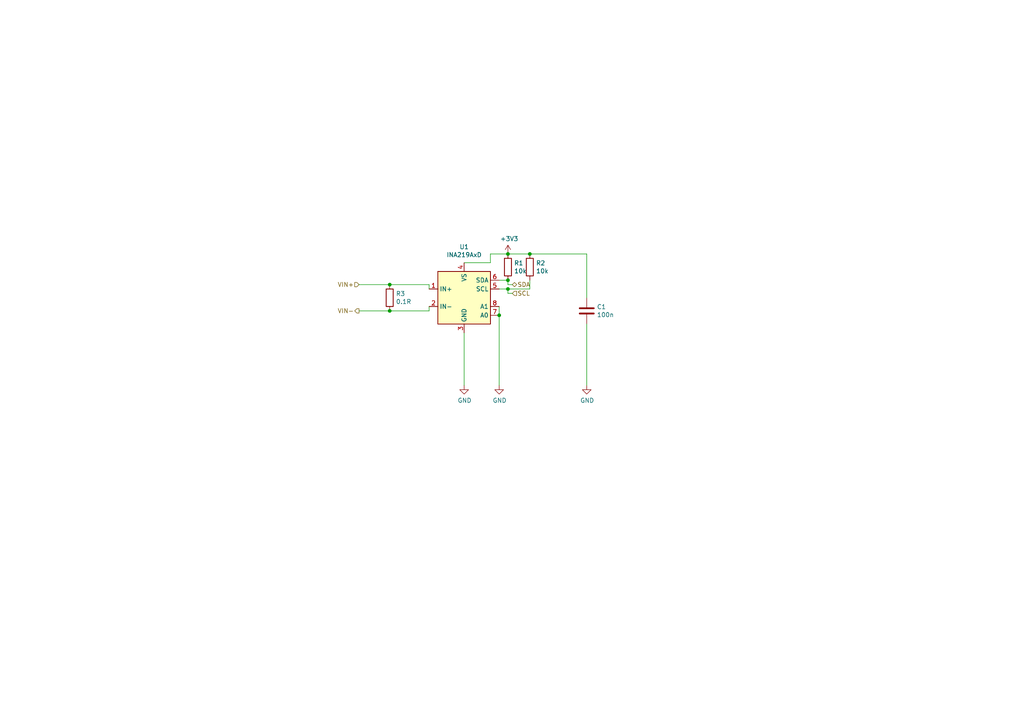
<source format=kicad_sch>
(kicad_sch (version 20230121) (generator eeschema)
  (paper "A4")
  (title_block (title "WLED_PCB_V2_CurrentSensor") (date "2023-03-27") (rev "1.0"))
  (lib_symbols
    (symbol "Analog_ADC:INA219AxDCN"
      (property "Reference" "U" (at -6.35 8.89 0))
      (property "Value" "INA219AxDCN" (at 6.35 8.89 0))
      (symbol "INA219AxDCN_0_1"
        (rectangle (start -7.62 7.62) (end 7.62 -7.62) (stroke (width 0.254)) (fill (type background)))
      )
      (symbol "INA219AxDCN_1_1"
        (pin input line (at -10.16 2.54 0) (length 2.54) (name "IN+") (number "1"))
        (pin input line (at -10.16 -2.54 0) (length 2.54) (name "IN-") (number "2"))
        (pin power_in line (at 0 -10.16 90) (length 2.54) (name "GND") (number "3"))
        (pin power_in line (at 0 10.16 270) (length 2.54) (name "VS") (number "4"))
        (pin input line (at 10.16 2.54 180) (length 2.54) (name "SCL") (number "5"))
        (pin bidirectional line (at 10.16 5.08 180) (length 2.54) (name "SDA") (number "6"))
        (pin input line (at 10.16 -5.08 180) (length 2.54) (name "A0") (number "7"))
        (pin input line (at 10.16 -2.54 180) (length 2.54) (name "A1") (number "8"))
      )
    )
    (symbol "Device:C" (pin_numbers hide) (pin_names (offset 0.254))
      (property "Reference" "C" (at 0.635 2.54 0))
      (property "Value" "C" (at 0.635 -2.54 0))
      (symbol "C_0_1"
        (polyline (pts (xy -2.032 -0.762) (xy 2.032 -0.762)) (stroke (width 0.508)))
        (polyline (pts (xy -2.032 0.762) (xy 2.032 0.762)) (stroke (width 0.508)))
      )
      (symbol "C_1_1"
        (pin passive line (at 0 3.81 270) (length 2.794) (name "~") (number "1"))
        (pin passive line (at 0 -3.81 90) (length 2.794) (name "~") (number "2"))
      )
    )
    (symbol "Device:R" (pin_numbers hide) (pin_names (offset 0))
      (property "Reference" "R" (at 2.032 0 90))
      (property "Value" "R" (at 0 0 90))
      (symbol "R_0_1"
        (rectangle (start -1.016 -2.54) (end 1.016 2.54) (stroke (width 0.254)))
      )
      (symbol "R_1_1"
        (pin passive line (at 0 3.81 270) (length 1.27) (name "~") (number "1"))
        (pin passive line (at 0 -3.81 90) (length 1.27) (name "~") (number "2"))
      )
    )
    (symbol "power:+3.3V" (power) (pin_names (offset 0))
      (property "Value" "+3.3V" (at 0 3.556 0))
      (symbol "+3.3V_0_1"
        (polyline (pts (xy -0.762 1.27) (xy 0 2.54)))
        (polyline (pts (xy 0 0) (xy 0 2.54)))
        (polyline (pts (xy 0 2.54) (xy 0.762 1.27)))
      )
      (symbol "+3.3V_1_1"
        (pin power_in line (at 0 0 90) (length 0) hide (name "+3V3") (number "1"))
      )
    )
    (symbol "power:GND" (power) (pin_names (offset 0))
      (property "Value" "GND" (at 0 -3.81 0))
      (symbol "GND_0_1"
        (polyline (pts (xy 0 0) (xy 0 -1.27) (xy 1.27 -1.27) (xy 0 -2.54) (xy -1.27 -1.27) (xy 0 -1.27)))
      )
      (symbol "GND_1_1"
        (pin power_in line (at 0 0 270) (length 0) hide (name "GND") (number "1"))
      )
    )
  )
  (junction (at 113.03 90.17))
  (junction (at 147.32 81.28))
  (junction (at 144.78 91.44))
  (junction (at 147.32 83.82))
  (junction (at 113.03 82.55))
  (junction (at 153.67 73.66))
  (junction (at 147.32 73.66))
  (wire (pts (xy 124.46 82.55) (xy 124.46 83.82)))
  (wire (pts (xy 113.03 82.55) (xy 124.46 82.55)))
  (wire (pts (xy 144.78 81.28) (xy 147.32 81.28)))
  (wire (pts (xy 144.78 83.82) (xy 147.32 83.82)))
  (wire (pts (xy 153.67 73.66) (xy 170.18 73.66)))
  (wire (pts (xy 147.32 83.82) (xy 153.67 83.82)))
  (wire (pts (xy 113.03 90.17) (xy 124.46 90.17)))
  (wire (pts (xy 142.24 73.66) (xy 147.32 73.66)))
  (wire (pts (xy 134.62 111.76) (xy 134.62 96.52)))
  (wire (pts (xy 147.32 73.66) (xy 153.67 73.66)))
  (wire (pts (xy 144.78 88.9) (xy 144.78 91.44)))
  (wire (pts (xy 147.32 85.09) (xy 148.59 85.09)))
  (wire (pts (xy 147.32 81.28) (xy 147.32 82.55)))
  (wire (pts (xy 144.78 111.76) (xy 144.78 91.44)))
  (wire (pts (xy 113.03 90.17) (xy 104.14 90.17)))
  (wire (pts (xy 147.32 82.55) (xy 148.59 82.55)))
  (wire (pts (xy 170.18 73.66) (xy 170.18 86.36)))
  (wire (pts (xy 142.24 76.2) (xy 142.24 73.66)))
  (wire (pts (xy 124.46 90.17) (xy 124.46 88.9)))
  (wire (pts (xy 134.62 76.2) (xy 142.24 76.2)))
  (wire (pts (xy 153.67 83.82) (xy 153.67 81.28)))
  (wire (pts (xy 170.18 93.98) (xy 170.18 111.76)))
  (wire (pts (xy 147.32 83.82) (xy 147.32 85.09)))
  (wire (pts (xy 113.03 82.55) (xy 104.14 82.55)))
  (hierarchical_label "SCL" (shape input) (at 148.59 85.09 0))
  (hierarchical_label "VIN+" (shape input) (at 104.14 82.55 180))
  (hierarchical_label "VIN-" (shape output) (at 104.14 90.17 180))
  (hierarchical_label "SDA" (shape bidirectional) (at 148.59 82.55 0))
  (symbol (lib_id "Analog_ADC:INA219AxDCN") (at 134.62 86.36 0) (unit 1)
    (property "Reference" "U1" (at 134.62 71.6026 0))
    (property "Value" "INA219AxD" (at 134.62 73.914 0))
    (property "Footprint" "Package_TO_SOT_SMD:SOT-23-8_Handsoldering" (effects hide))
    (property "Datasheet" "http://www.ti.com/lit/ds/symlink/ina219.pdf" (effects hide))
  )
  (symbol (lib_id "Device:R") (at 113.03 86.36 0) (unit 1)
    (property "Reference" "R3" (at 114.808 85.1916 0) (effects (justify left)))
    (property "Value" "0.1R" (at 114.808 87.503 0) (effects (justify left)))
    (property "Footprint" "Resistor_SMD:R_2512_6332Metric_Pad1.52x3.35mm_HandSolder" (effects hide))
  )
  (symbol (lib_id "power:GND") (at 134.62 111.76 0) (unit 1)
    (property "Reference" "#PWR03" (effects hide))
    (property "Value" "GND" (at 134.747 116.1542 0))
  )
  (symbol (lib_id "Device:C") (at 170.18 90.17 0) (unit 1)
    (property "Reference" "C1" (at 173.101 89.0016 0) (effects (justify left)))
    (property "Value" "100n" (at 173.101 91.313 0) (effects (justify left)))
    (property "Footprint" "Capacitor_SMD:C_0805_2012Metric_Pad1.15x1.40mm_HandSolder" (effects hide))
  )
  (symbol (lib_id "power:GND") (at 170.18 111.76 0) (unit 1)
    (property "Reference" "#PWR02" (effects hide))
    (property "Value" "GND" (at 170.307 116.1542 0))
  )
  (symbol (lib_id "Device:R") (at 147.32 77.47 0) (unit 1)
    (property "Reference" "R1" (at 149.098 76.3016 0) (effects (justify left)))
    (property "Value" "10k" (at 149.098 78.613 0) (effects (justify left)))
    (property "Footprint" "Resistor_SMD:R_0805_2012Metric_Pad1.15x1.40mm_HandSolder" (effects hide))
  )
  (symbol (lib_id "Device:R") (at 153.67 77.47 0) (unit 1)
    (property "Reference" "R2" (at 155.448 76.3016 0) (effects (justify left)))
    (property "Value" "10k" (at 155.448 78.613 0) (effects (justify left)))
    (property "Footprint" "Resistor_SMD:R_0805_2012Metric_Pad1.15x1.40mm_HandSolder" (effects hide))
  )
  (symbol (lib_id "power:+3.3V") (at 147.32 73.66 0) (unit 1)
    (property "Reference" "#PWR038" (effects hide))
    (property "Value" "+3.3V" (at 147.701 69.2658 0))
  )
  (symbol (lib_id "power:GND") (at 144.78 111.76 0) (unit 1)
    (property "Reference" "#PWR0107" (effects hide))
    (property "Value" "GND" (at 144.907 116.1542 0))
  )
)
</source>
